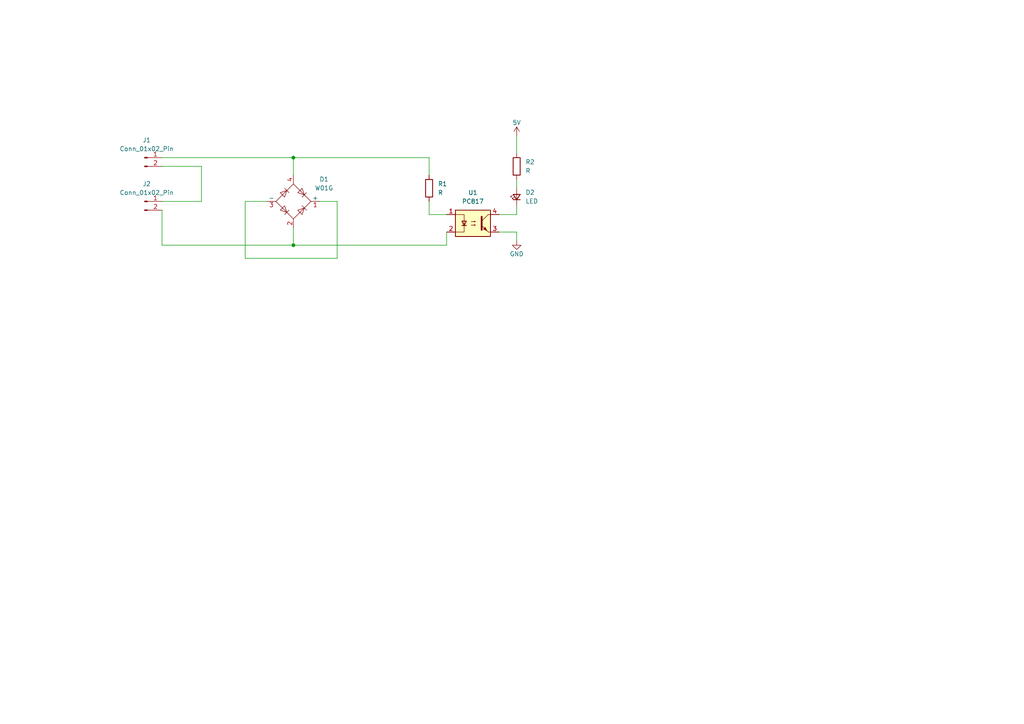
<source format=kicad_sch>
(kicad_sch
	(version 20250114)
	(generator "eeschema")
	(generator_version "9.0")
	(uuid "61ed72e9-2d78-4b50-a4b1-eb9c01465d14")
	(paper "A4")
	(lib_symbols
		(symbol "Connector:Conn_01x02_Pin"
			(pin_names
				(offset 1.016)
				(hide yes)
			)
			(exclude_from_sim no)
			(in_bom yes)
			(on_board yes)
			(property "Reference" "J"
				(at 0 2.54 0)
				(effects
					(font
						(size 1.27 1.27)
					)
				)
			)
			(property "Value" "Conn_01x02_Pin"
				(at 0 -5.08 0)
				(effects
					(font
						(size 1.27 1.27)
					)
				)
			)
			(property "Footprint" ""
				(at 0 0 0)
				(effects
					(font
						(size 1.27 1.27)
					)
					(hide yes)
				)
			)
			(property "Datasheet" "~"
				(at 0 0 0)
				(effects
					(font
						(size 1.27 1.27)
					)
					(hide yes)
				)
			)
			(property "Description" "Generic connector, single row, 01x02, script generated"
				(at 0 0 0)
				(effects
					(font
						(size 1.27 1.27)
					)
					(hide yes)
				)
			)
			(property "ki_locked" ""
				(at 0 0 0)
				(effects
					(font
						(size 1.27 1.27)
					)
				)
			)
			(property "ki_keywords" "connector"
				(at 0 0 0)
				(effects
					(font
						(size 1.27 1.27)
					)
					(hide yes)
				)
			)
			(property "ki_fp_filters" "Connector*:*_1x??_*"
				(at 0 0 0)
				(effects
					(font
						(size 1.27 1.27)
					)
					(hide yes)
				)
			)
			(symbol "Conn_01x02_Pin_1_1"
				(rectangle
					(start 0.8636 0.127)
					(end 0 -0.127)
					(stroke
						(width 0.1524)
						(type default)
					)
					(fill
						(type outline)
					)
				)
				(rectangle
					(start 0.8636 -2.413)
					(end 0 -2.667)
					(stroke
						(width 0.1524)
						(type default)
					)
					(fill
						(type outline)
					)
				)
				(polyline
					(pts
						(xy 1.27 0) (xy 0.8636 0)
					)
					(stroke
						(width 0.1524)
						(type default)
					)
					(fill
						(type none)
					)
				)
				(polyline
					(pts
						(xy 1.27 -2.54) (xy 0.8636 -2.54)
					)
					(stroke
						(width 0.1524)
						(type default)
					)
					(fill
						(type none)
					)
				)
				(pin passive line
					(at 5.08 0 180)
					(length 3.81)
					(name "Pin_1"
						(effects
							(font
								(size 1.27 1.27)
							)
						)
					)
					(number "1"
						(effects
							(font
								(size 1.27 1.27)
							)
						)
					)
				)
				(pin passive line
					(at 5.08 -2.54 180)
					(length 3.81)
					(name "Pin_2"
						(effects
							(font
								(size 1.27 1.27)
							)
						)
					)
					(number "2"
						(effects
							(font
								(size 1.27 1.27)
							)
						)
					)
				)
			)
			(embedded_fonts no)
		)
		(symbol "Device:R"
			(pin_numbers
				(hide yes)
			)
			(pin_names
				(offset 0)
			)
			(exclude_from_sim no)
			(in_bom yes)
			(on_board yes)
			(property "Reference" "R"
				(at 2.032 0 90)
				(effects
					(font
						(size 1.27 1.27)
					)
				)
			)
			(property "Value" "R"
				(at 0 0 90)
				(effects
					(font
						(size 1.27 1.27)
					)
				)
			)
			(property "Footprint" ""
				(at -1.778 0 90)
				(effects
					(font
						(size 1.27 1.27)
					)
					(hide yes)
				)
			)
			(property "Datasheet" "~"
				(at 0 0 0)
				(effects
					(font
						(size 1.27 1.27)
					)
					(hide yes)
				)
			)
			(property "Description" "Resistor"
				(at 0 0 0)
				(effects
					(font
						(size 1.27 1.27)
					)
					(hide yes)
				)
			)
			(property "ki_keywords" "R res resistor"
				(at 0 0 0)
				(effects
					(font
						(size 1.27 1.27)
					)
					(hide yes)
				)
			)
			(property "ki_fp_filters" "R_*"
				(at 0 0 0)
				(effects
					(font
						(size 1.27 1.27)
					)
					(hide yes)
				)
			)
			(symbol "R_0_1"
				(rectangle
					(start -1.016 -2.54)
					(end 1.016 2.54)
					(stroke
						(width 0.254)
						(type default)
					)
					(fill
						(type none)
					)
				)
			)
			(symbol "R_1_1"
				(pin passive line
					(at 0 3.81 270)
					(length 1.27)
					(name "~"
						(effects
							(font
								(size 1.27 1.27)
							)
						)
					)
					(number "1"
						(effects
							(font
								(size 1.27 1.27)
							)
						)
					)
				)
				(pin passive line
					(at 0 -3.81 90)
					(length 1.27)
					(name "~"
						(effects
							(font
								(size 1.27 1.27)
							)
						)
					)
					(number "2"
						(effects
							(font
								(size 1.27 1.27)
							)
						)
					)
				)
			)
			(embedded_fonts no)
		)
		(symbol "Diode_Bridge:W01G"
			(pin_names
				(offset 0)
			)
			(exclude_from_sim no)
			(in_bom yes)
			(on_board yes)
			(property "Reference" "D"
				(at 2.54 6.985 0)
				(effects
					(font
						(size 1.27 1.27)
					)
					(justify left)
				)
			)
			(property "Value" "W01G"
				(at 2.54 5.08 0)
				(effects
					(font
						(size 1.27 1.27)
					)
					(justify left)
				)
			)
			(property "Footprint" "Diode_THT:Diode_Bridge_Round_D9.8mm"
				(at 3.81 3.175 0)
				(effects
					(font
						(size 1.27 1.27)
					)
					(justify left)
					(hide yes)
				)
			)
			(property "Datasheet" "https://www.vishay.com/docs/88769/woo5g.pdf"
				(at 0 0 0)
				(effects
					(font
						(size 1.27 1.27)
					)
					(hide yes)
				)
			)
			(property "Description" "Glass Passivated Single-Phase Bridge Rectifier, 70V Vrms, 1.5A If, WOG package"
				(at 0 0 0)
				(effects
					(font
						(size 1.27 1.27)
					)
					(hide yes)
				)
			)
			(property "ki_keywords" "Bridge Rectifier acdc"
				(at 0 0 0)
				(effects
					(font
						(size 1.27 1.27)
					)
					(hide yes)
				)
			)
			(property "ki_fp_filters" "D*Bridge*Round*D9.8mm*"
				(at 0 0 0)
				(effects
					(font
						(size 1.27 1.27)
					)
					(hide yes)
				)
			)
			(symbol "W01G_0_1"
				(polyline
					(pts
						(xy -5.08 0) (xy 0 -5.08) (xy 5.08 0) (xy 0 5.08) (xy -5.08 0)
					)
					(stroke
						(width 0)
						(type default)
					)
					(fill
						(type none)
					)
				)
				(polyline
					(pts
						(xy -3.81 2.54) (xy -2.54 1.27) (xy -1.905 3.175) (xy -3.81 2.54)
					)
					(stroke
						(width 0)
						(type default)
					)
					(fill
						(type none)
					)
				)
				(polyline
					(pts
						(xy -2.54 3.81) (xy -1.27 2.54)
					)
					(stroke
						(width 0)
						(type default)
					)
					(fill
						(type none)
					)
				)
				(polyline
					(pts
						(xy -2.54 -1.27) (xy -3.81 -2.54) (xy -1.905 -3.175) (xy -2.54 -1.27)
					)
					(stroke
						(width 0)
						(type default)
					)
					(fill
						(type none)
					)
				)
				(polyline
					(pts
						(xy -1.27 -2.54) (xy -2.54 -3.81)
					)
					(stroke
						(width 0)
						(type default)
					)
					(fill
						(type none)
					)
				)
				(polyline
					(pts
						(xy 1.27 2.54) (xy 2.54 3.81) (xy 3.175 1.905) (xy 1.27 2.54)
					)
					(stroke
						(width 0)
						(type default)
					)
					(fill
						(type none)
					)
				)
				(polyline
					(pts
						(xy 2.54 1.27) (xy 3.81 2.54)
					)
					(stroke
						(width 0)
						(type default)
					)
					(fill
						(type none)
					)
				)
				(polyline
					(pts
						(xy 2.54 -1.27) (xy 3.81 -2.54)
					)
					(stroke
						(width 0)
						(type default)
					)
					(fill
						(type none)
					)
				)
				(polyline
					(pts
						(xy 3.175 -1.905) (xy 1.27 -2.54) (xy 2.54 -3.81) (xy 3.175 -1.905)
					)
					(stroke
						(width 0)
						(type default)
					)
					(fill
						(type none)
					)
				)
			)
			(symbol "W01G_1_1"
				(pin passive line
					(at -7.62 0 0)
					(length 2.54)
					(name "-"
						(effects
							(font
								(size 1.27 1.27)
							)
						)
					)
					(number "3"
						(effects
							(font
								(size 1.27 1.27)
							)
						)
					)
				)
				(pin passive line
					(at 0 7.62 270)
					(length 2.54)
					(name "~"
						(effects
							(font
								(size 1.27 1.27)
							)
						)
					)
					(number "4"
						(effects
							(font
								(size 1.27 1.27)
							)
						)
					)
				)
				(pin passive line
					(at 0 -7.62 90)
					(length 2.54)
					(name "~"
						(effects
							(font
								(size 1.27 1.27)
							)
						)
					)
					(number "2"
						(effects
							(font
								(size 1.27 1.27)
							)
						)
					)
				)
				(pin passive line
					(at 7.62 0 180)
					(length 2.54)
					(name "+"
						(effects
							(font
								(size 1.27 1.27)
							)
						)
					)
					(number "1"
						(effects
							(font
								(size 1.27 1.27)
							)
						)
					)
				)
			)
			(embedded_fonts no)
		)
		(symbol "Isolator:PC817"
			(pin_names
				(offset 1.016)
			)
			(exclude_from_sim no)
			(in_bom yes)
			(on_board yes)
			(property "Reference" "U"
				(at -5.08 5.08 0)
				(effects
					(font
						(size 1.27 1.27)
					)
					(justify left)
				)
			)
			(property "Value" "PC817"
				(at 0 5.08 0)
				(effects
					(font
						(size 1.27 1.27)
					)
					(justify left)
				)
			)
			(property "Footprint" "Package_DIP:DIP-4_W7.62mm"
				(at -5.08 -5.08 0)
				(effects
					(font
						(size 1.27 1.27)
						(italic yes)
					)
					(justify left)
					(hide yes)
				)
			)
			(property "Datasheet" "http://www.soselectronic.cz/a_info/resource/d/pc817.pdf"
				(at 0 0 0)
				(effects
					(font
						(size 1.27 1.27)
					)
					(justify left)
					(hide yes)
				)
			)
			(property "Description" "DC Optocoupler, Vce 35V, CTR 50-300%, DIP-4"
				(at 0 0 0)
				(effects
					(font
						(size 1.27 1.27)
					)
					(hide yes)
				)
			)
			(property "ki_keywords" "NPN DC Optocoupler"
				(at 0 0 0)
				(effects
					(font
						(size 1.27 1.27)
					)
					(hide yes)
				)
			)
			(property "ki_fp_filters" "DIP*W7.62mm*"
				(at 0 0 0)
				(effects
					(font
						(size 1.27 1.27)
					)
					(hide yes)
				)
			)
			(symbol "PC817_0_1"
				(rectangle
					(start -5.08 3.81)
					(end 5.08 -3.81)
					(stroke
						(width 0.254)
						(type default)
					)
					(fill
						(type background)
					)
				)
				(polyline
					(pts
						(xy -5.08 2.54) (xy -2.54 2.54) (xy -2.54 -0.635)
					)
					(stroke
						(width 0)
						(type default)
					)
					(fill
						(type none)
					)
				)
				(polyline
					(pts
						(xy -3.175 -0.635) (xy -1.905 -0.635)
					)
					(stroke
						(width 0.254)
						(type default)
					)
					(fill
						(type none)
					)
				)
				(polyline
					(pts
						(xy -2.54 -0.635) (xy -2.54 -2.54) (xy -5.08 -2.54)
					)
					(stroke
						(width 0)
						(type default)
					)
					(fill
						(type none)
					)
				)
				(polyline
					(pts
						(xy -2.54 -0.635) (xy -3.175 0.635) (xy -1.905 0.635) (xy -2.54 -0.635)
					)
					(stroke
						(width 0.254)
						(type default)
					)
					(fill
						(type none)
					)
				)
				(polyline
					(pts
						(xy -0.508 0.508) (xy 0.762 0.508) (xy 0.381 0.381) (xy 0.381 0.635) (xy 0.762 0.508)
					)
					(stroke
						(width 0)
						(type default)
					)
					(fill
						(type none)
					)
				)
				(polyline
					(pts
						(xy -0.508 -0.508) (xy 0.762 -0.508) (xy 0.381 -0.635) (xy 0.381 -0.381) (xy 0.762 -0.508)
					)
					(stroke
						(width 0)
						(type default)
					)
					(fill
						(type none)
					)
				)
				(polyline
					(pts
						(xy 2.54 1.905) (xy 2.54 -1.905)
					)
					(stroke
						(width 0.508)
						(type default)
					)
					(fill
						(type none)
					)
				)
				(polyline
					(pts
						(xy 2.54 0.635) (xy 4.445 2.54)
					)
					(stroke
						(width 0)
						(type default)
					)
					(fill
						(type none)
					)
				)
				(polyline
					(pts
						(xy 3.048 -1.651) (xy 3.556 -1.143) (xy 4.064 -2.159) (xy 3.048 -1.651)
					)
					(stroke
						(width 0)
						(type default)
					)
					(fill
						(type outline)
					)
				)
				(polyline
					(pts
						(xy 4.445 2.54) (xy 5.08 2.54)
					)
					(stroke
						(width 0)
						(type default)
					)
					(fill
						(type none)
					)
				)
				(polyline
					(pts
						(xy 4.445 -2.54) (xy 2.54 -0.635)
					)
					(stroke
						(width 0)
						(type default)
					)
					(fill
						(type outline)
					)
				)
				(polyline
					(pts
						(xy 4.445 -2.54) (xy 5.08 -2.54)
					)
					(stroke
						(width 0)
						(type default)
					)
					(fill
						(type none)
					)
				)
			)
			(symbol "PC817_1_1"
				(pin passive line
					(at -7.62 2.54 0)
					(length 2.54)
					(name "~"
						(effects
							(font
								(size 1.27 1.27)
							)
						)
					)
					(number "1"
						(effects
							(font
								(size 1.27 1.27)
							)
						)
					)
				)
				(pin passive line
					(at -7.62 -2.54 0)
					(length 2.54)
					(name "~"
						(effects
							(font
								(size 1.27 1.27)
							)
						)
					)
					(number "2"
						(effects
							(font
								(size 1.27 1.27)
							)
						)
					)
				)
				(pin passive line
					(at 7.62 2.54 180)
					(length 2.54)
					(name "~"
						(effects
							(font
								(size 1.27 1.27)
							)
						)
					)
					(number "4"
						(effects
							(font
								(size 1.27 1.27)
							)
						)
					)
				)
				(pin passive line
					(at 7.62 -2.54 180)
					(length 2.54)
					(name "~"
						(effects
							(font
								(size 1.27 1.27)
							)
						)
					)
					(number "3"
						(effects
							(font
								(size 1.27 1.27)
							)
						)
					)
				)
			)
			(embedded_fonts no)
		)
		(symbol "PCM_SparkFun-LED:LED"
			(pin_numbers
				(hide yes)
			)
			(pin_names
				(offset 1.016)
				(hide yes)
			)
			(exclude_from_sim no)
			(in_bom yes)
			(on_board yes)
			(property "Reference" "D"
				(at 0 2.54 0)
				(effects
					(font
						(size 1.27 1.27)
					)
				)
			)
			(property "Value" "LED"
				(at 0 -2.54 0)
				(effects
					(font
						(size 1.27 1.27)
					)
				)
			)
			(property "Footprint" "PCM_SparkFun-LED:LED_0603_1608Metric"
				(at 0 -5.08 0)
				(effects
					(font
						(size 1.27 1.27)
					)
					(hide yes)
				)
			)
			(property "Datasheet" "~"
				(at 0 -7.62 0)
				(effects
					(font
						(size 1.27 1.27)
					)
					(hide yes)
				)
			)
			(property "Description" "Light emitting diode"
				(at 0 -12.7 0)
				(effects
					(font
						(size 1.27 1.27)
					)
					(hide yes)
				)
			)
			(property "PROD_ID" "LED-"
				(at 0 -10.16 0)
				(effects
					(font
						(size 1.27 1.27)
					)
					(hide yes)
				)
			)
			(property "ki_keywords" "SparkFun LED diode"
				(at 0 0 0)
				(effects
					(font
						(size 1.27 1.27)
					)
					(hide yes)
				)
			)
			(property "ki_fp_filters" "LED* LED_SMD:* LED_THT:*"
				(at 0 0 0)
				(effects
					(font
						(size 1.27 1.27)
					)
					(hide yes)
				)
			)
			(symbol "LED_0_1"
				(polyline
					(pts
						(xy -0.762 -1.016) (xy -0.762 1.016)
					)
					(stroke
						(width 0.254)
						(type default)
					)
					(fill
						(type none)
					)
				)
				(polyline
					(pts
						(xy 0 0.762) (xy -0.508 1.27) (xy -0.254 1.27) (xy -0.508 1.27) (xy -0.508 1.016)
					)
					(stroke
						(width 0)
						(type default)
					)
					(fill
						(type none)
					)
				)
				(polyline
					(pts
						(xy 0.508 1.27) (xy 0 1.778) (xy 0.254 1.778) (xy 0 1.778) (xy 0 1.524)
					)
					(stroke
						(width 0)
						(type default)
					)
					(fill
						(type none)
					)
				)
				(polyline
					(pts
						(xy 0.762 -1.016) (xy -0.762 0) (xy 0.762 1.016) (xy 0.762 -1.016)
					)
					(stroke
						(width 0.254)
						(type default)
					)
					(fill
						(type none)
					)
				)
				(polyline
					(pts
						(xy 1.016 0) (xy -0.762 0)
					)
					(stroke
						(width 0)
						(type default)
					)
					(fill
						(type none)
					)
				)
			)
			(symbol "LED_1_1"
				(pin passive line
					(at -2.54 0 0)
					(length 1.778)
					(name "K"
						(effects
							(font
								(size 1.27 1.27)
							)
						)
					)
					(number "1"
						(effects
							(font
								(size 1.27 1.27)
							)
						)
					)
				)
				(pin passive line
					(at 2.54 0 180)
					(length 1.778)
					(name "A"
						(effects
							(font
								(size 1.27 1.27)
							)
						)
					)
					(number "2"
						(effects
							(font
								(size 1.27 1.27)
							)
						)
					)
				)
			)
			(embedded_fonts no)
		)
		(symbol "PCM_SparkFun-PowerSymbol:5V"
			(power)
			(pin_names
				(offset 0)
			)
			(exclude_from_sim no)
			(in_bom yes)
			(on_board yes)
			(property "Reference" "#PWR"
				(at 0 -3.81 0)
				(effects
					(font
						(size 1.27 1.27)
					)
					(hide yes)
				)
			)
			(property "Value" "5V"
				(at 0 3.81 0)
				(do_not_autoplace)
				(effects
					(font
						(size 1.27 1.27)
					)
				)
			)
			(property "Footprint" ""
				(at 0 0 0)
				(effects
					(font
						(size 1.27 1.27)
					)
					(hide yes)
				)
			)
			(property "Datasheet" ""
				(at 0 0 0)
				(effects
					(font
						(size 1.27 1.27)
					)
					(hide yes)
				)
			)
			(property "Description" "Power symbol creates a global label with name \"5V\""
				(at 0 -6.35 0)
				(effects
					(font
						(size 1.27 1.27)
					)
					(hide yes)
				)
			)
			(property "ki_keywords" "SparkFun global power"
				(at 0 0 0)
				(effects
					(font
						(size 1.27 1.27)
					)
					(hide yes)
				)
			)
			(symbol "5V_0_1"
				(polyline
					(pts
						(xy -0.762 1.27) (xy 0 2.54)
					)
					(stroke
						(width 0)
						(type default)
					)
					(fill
						(type none)
					)
				)
				(polyline
					(pts
						(xy 0 2.54) (xy 0.762 1.27)
					)
					(stroke
						(width 0)
						(type default)
					)
					(fill
						(type none)
					)
				)
				(polyline
					(pts
						(xy 0 0) (xy 0 2.54)
					)
					(stroke
						(width 0)
						(type default)
					)
					(fill
						(type none)
					)
				)
			)
			(symbol "5V_1_1"
				(pin power_in line
					(at 0 0 90)
					(length 0)
					(hide yes)
					(name "5V"
						(effects
							(font
								(size 1.27 1.27)
							)
						)
					)
					(number "1"
						(effects
							(font
								(size 1.27 1.27)
							)
						)
					)
				)
			)
			(embedded_fonts no)
		)
		(symbol "PCM_SparkFun-PowerSymbol:GND"
			(power)
			(pin_names
				(offset 0)
			)
			(exclude_from_sim no)
			(in_bom yes)
			(on_board yes)
			(property "Reference" "#PWR"
				(at 0 -6.35 0)
				(effects
					(font
						(size 1.27 1.27)
					)
					(hide yes)
				)
			)
			(property "Value" "GND"
				(at 0 -3.81 0)
				(do_not_autoplace)
				(effects
					(font
						(size 1.27 1.27)
					)
				)
			)
			(property "Footprint" ""
				(at 0 0 0)
				(effects
					(font
						(size 1.27 1.27)
					)
					(hide yes)
				)
			)
			(property "Datasheet" ""
				(at 0 0 0)
				(effects
					(font
						(size 1.27 1.27)
					)
					(hide yes)
				)
			)
			(property "Description" "Power symbol creates a global label with name \"GND\" , ground"
				(at 0 -8.89 0)
				(effects
					(font
						(size 1.27 1.27)
					)
					(hide yes)
				)
			)
			(property "ki_keywords" "SparkFun global power"
				(at 0 0 0)
				(effects
					(font
						(size 1.27 1.27)
					)
					(hide yes)
				)
			)
			(symbol "GND_0_1"
				(polyline
					(pts
						(xy 0 0) (xy 0 -1.27) (xy 1.27 -1.27) (xy 0 -2.54) (xy -1.27 -1.27) (xy 0 -1.27)
					)
					(stroke
						(width 0)
						(type default)
					)
					(fill
						(type none)
					)
				)
			)
			(symbol "GND_1_1"
				(pin power_in line
					(at 0 0 270)
					(length 0)
					(hide yes)
					(name "GND"
						(effects
							(font
								(size 1.27 1.27)
							)
						)
					)
					(number "1"
						(effects
							(font
								(size 1.27 1.27)
							)
						)
					)
				)
			)
			(embedded_fonts no)
		)
	)
	(junction
		(at 85.09 71.12)
		(diameter 0)
		(color 0 0 0 0)
		(uuid "4cc70833-70f1-4fdc-b537-7ccd70e5231f")
	)
	(junction
		(at 85.09 45.72)
		(diameter 0)
		(color 0 0 0 0)
		(uuid "a1539c29-d513-426d-bedb-7bad0c872efa")
	)
	(wire
		(pts
			(xy 124.46 58.42) (xy 124.46 62.23)
		)
		(stroke
			(width 0)
			(type default)
		)
		(uuid "01bf3781-64a1-482a-a470-f22b64cd06cd")
	)
	(wire
		(pts
			(xy 71.12 74.93) (xy 97.79 74.93)
		)
		(stroke
			(width 0)
			(type default)
		)
		(uuid "077ee8dd-39d6-47b1-8090-4ede864d1960")
	)
	(wire
		(pts
			(xy 149.86 39.37) (xy 149.86 44.45)
		)
		(stroke
			(width 0)
			(type default)
		)
		(uuid "0f7a50c7-ca3c-4768-944d-736ebce78936")
	)
	(wire
		(pts
			(xy 97.79 74.93) (xy 97.79 58.42)
		)
		(stroke
			(width 0)
			(type default)
		)
		(uuid "183fd8f1-249b-40f3-8c8e-b46ed89e22e2")
	)
	(wire
		(pts
			(xy 124.46 62.23) (xy 129.54 62.23)
		)
		(stroke
			(width 0)
			(type default)
		)
		(uuid "1ad1609c-e5b0-4959-a529-87fb82980af2")
	)
	(wire
		(pts
			(xy 149.86 52.07) (xy 149.86 54.61)
		)
		(stroke
			(width 0)
			(type default)
		)
		(uuid "32afaecd-6b0a-420c-94b7-6993f8ac6c95")
	)
	(wire
		(pts
			(xy 46.99 71.12) (xy 85.09 71.12)
		)
		(stroke
			(width 0)
			(type default)
		)
		(uuid "344687aa-6898-40c7-96db-53d11c889840")
	)
	(wire
		(pts
			(xy 129.54 71.12) (xy 85.09 71.12)
		)
		(stroke
			(width 0)
			(type default)
		)
		(uuid "376c5f2f-71ab-48e5-8a07-2a712a7eaffd")
	)
	(wire
		(pts
			(xy 85.09 71.12) (xy 85.09 66.04)
		)
		(stroke
			(width 0)
			(type default)
		)
		(uuid "3f18835c-601e-4f9d-9e89-899623e1e174")
	)
	(wire
		(pts
			(xy 149.86 67.31) (xy 149.86 69.85)
		)
		(stroke
			(width 0)
			(type default)
		)
		(uuid "66147c4b-3648-4cb9-b474-bcb2e2005cd0")
	)
	(wire
		(pts
			(xy 46.99 58.42) (xy 58.42 58.42)
		)
		(stroke
			(width 0)
			(type default)
		)
		(uuid "6617a499-0ada-418c-9d7a-83469b365300")
	)
	(wire
		(pts
			(xy 144.78 67.31) (xy 149.86 67.31)
		)
		(stroke
			(width 0)
			(type default)
		)
		(uuid "661cb98b-dfd6-4639-9c7e-a8683e4c05e4")
	)
	(wire
		(pts
			(xy 77.47 58.42) (xy 71.12 58.42)
		)
		(stroke
			(width 0)
			(type default)
		)
		(uuid "67dd9fbd-19ce-40b6-8cd2-961e3bf71a7b")
	)
	(wire
		(pts
			(xy 71.12 58.42) (xy 71.12 74.93)
		)
		(stroke
			(width 0)
			(type default)
		)
		(uuid "6aca0b71-3a7f-4220-ab36-ed435ed96c8f")
	)
	(wire
		(pts
			(xy 97.79 58.42) (xy 92.71 58.42)
		)
		(stroke
			(width 0)
			(type default)
		)
		(uuid "701ba392-07f7-4d77-8736-a52d0134f15a")
	)
	(wire
		(pts
			(xy 124.46 45.72) (xy 124.46 50.8)
		)
		(stroke
			(width 0)
			(type default)
		)
		(uuid "ba07fdb2-b2c2-4ef7-a610-ef2890826efa")
	)
	(wire
		(pts
			(xy 149.86 59.69) (xy 149.86 62.23)
		)
		(stroke
			(width 0)
			(type default)
		)
		(uuid "bc8af6ba-b6c9-4cd8-a9f8-e2623b952d1d")
	)
	(wire
		(pts
			(xy 46.99 45.72) (xy 85.09 45.72)
		)
		(stroke
			(width 0)
			(type default)
		)
		(uuid "cdf6ff3a-5987-4625-9d36-b0b2788748c8")
	)
	(wire
		(pts
			(xy 149.86 62.23) (xy 144.78 62.23)
		)
		(stroke
			(width 0)
			(type default)
		)
		(uuid "d143cdf3-1891-4a8c-bcd9-d378c6386694")
	)
	(wire
		(pts
			(xy 58.42 58.42) (xy 58.42 48.26)
		)
		(stroke
			(width 0)
			(type default)
		)
		(uuid "d463e8f2-0e5a-445e-9e1b-61868d185190")
	)
	(wire
		(pts
			(xy 129.54 67.31) (xy 129.54 71.12)
		)
		(stroke
			(width 0)
			(type default)
		)
		(uuid "de061cdc-3c23-45e6-bd44-90063dcf5aef")
	)
	(wire
		(pts
			(xy 58.42 48.26) (xy 46.99 48.26)
		)
		(stroke
			(width 0)
			(type default)
		)
		(uuid "dfed996c-a06b-4ea3-b693-95c12aeb1a64")
	)
	(wire
		(pts
			(xy 85.09 45.72) (xy 124.46 45.72)
		)
		(stroke
			(width 0)
			(type default)
		)
		(uuid "ece53ca7-6492-4313-bc80-143f9510b1f5")
	)
	(wire
		(pts
			(xy 85.09 45.72) (xy 85.09 50.8)
		)
		(stroke
			(width 0)
			(type default)
		)
		(uuid "fc71d0a9-970c-4fa8-a424-14985894e829")
	)
	(wire
		(pts
			(xy 46.99 60.96) (xy 46.99 71.12)
		)
		(stroke
			(width 0)
			(type default)
		)
		(uuid "ffcceea5-9fdc-4ad1-84da-8d7f463e9039")
	)
	(symbol
		(lib_id "Device:R")
		(at 124.46 54.61 0)
		(unit 1)
		(exclude_from_sim no)
		(in_bom yes)
		(on_board yes)
		(dnp no)
		(fields_autoplaced yes)
		(uuid "278df04a-5ffd-4ead-8efa-4d3f2570fa14")
		(property "Reference" "R1"
			(at 127 53.3399 0)
			(effects
				(font
					(size 1.27 1.27)
				)
				(justify left)
			)
		)
		(property "Value" "R"
			(at 127 55.8799 0)
			(effects
				(font
					(size 1.27 1.27)
				)
				(justify left)
			)
		)
		(property "Footprint" ""
			(at 122.682 54.61 90)
			(effects
				(font
					(size 1.27 1.27)
				)
				(hide yes)
			)
		)
		(property "Datasheet" "~"
			(at 124.46 54.61 0)
			(effects
				(font
					(size 1.27 1.27)
				)
				(hide yes)
			)
		)
		(property "Description" "Resistor"
			(at 124.46 54.61 0)
			(effects
				(font
					(size 1.27 1.27)
				)
				(hide yes)
			)
		)
		(pin "2"
			(uuid "219e2d9f-b414-40e7-b5e9-20eeafa4c19a")
		)
		(pin "1"
			(uuid "a43f46ab-0154-48ab-95cb-fa9c7bf0f08a")
		)
		(instances
			(project ""
				(path "/61ed72e9-2d78-4b50-a4b1-eb9c01465d14"
					(reference "R1")
					(unit 1)
				)
			)
		)
	)
	(symbol
		(lib_id "Device:R")
		(at 149.86 48.26 0)
		(unit 1)
		(exclude_from_sim no)
		(in_bom yes)
		(on_board yes)
		(dnp no)
		(fields_autoplaced yes)
		(uuid "28ce0d1a-5184-44f5-bd30-0f5206949857")
		(property "Reference" "R2"
			(at 152.4 46.9899 0)
			(effects
				(font
					(size 1.27 1.27)
				)
				(justify left)
			)
		)
		(property "Value" "R"
			(at 152.4 49.5299 0)
			(effects
				(font
					(size 1.27 1.27)
				)
				(justify left)
			)
		)
		(property "Footprint" ""
			(at 148.082 48.26 90)
			(effects
				(font
					(size 1.27 1.27)
				)
				(hide yes)
			)
		)
		(property "Datasheet" "~"
			(at 149.86 48.26 0)
			(effects
				(font
					(size 1.27 1.27)
				)
				(hide yes)
			)
		)
		(property "Description" "Resistor"
			(at 149.86 48.26 0)
			(effects
				(font
					(size 1.27 1.27)
				)
				(hide yes)
			)
		)
		(pin "2"
			(uuid "2fd99a39-44e9-4ba5-af36-26eaaa058aba")
		)
		(pin "1"
			(uuid "eef8152d-d5f2-4015-aa7c-97589cb70f83")
		)
		(instances
			(project ""
				(path "/61ed72e9-2d78-4b50-a4b1-eb9c01465d14"
					(reference "R2")
					(unit 1)
				)
			)
		)
	)
	(symbol
		(lib_id "PCM_SparkFun-LED:LED")
		(at 149.86 57.15 90)
		(unit 1)
		(exclude_from_sim no)
		(in_bom yes)
		(on_board yes)
		(dnp no)
		(fields_autoplaced yes)
		(uuid "32fe59e2-51b2-496a-97b6-709086598092")
		(property "Reference" "D2"
			(at 152.4 55.8164 90)
			(effects
				(font
					(size 1.27 1.27)
				)
				(justify right)
			)
		)
		(property "Value" "LED"
			(at 152.4 58.3564 90)
			(effects
				(font
					(size 1.27 1.27)
				)
				(justify right)
			)
		)
		(property "Footprint" "PCM_SparkFun-LED:LED_0603_1608Metric"
			(at 154.94 57.15 0)
			(effects
				(font
					(size 1.27 1.27)
				)
				(hide yes)
			)
		)
		(property "Datasheet" "~"
			(at 157.48 57.15 0)
			(effects
				(font
					(size 1.27 1.27)
				)
				(hide yes)
			)
		)
		(property "Description" "Light emitting diode"
			(at 162.56 57.15 0)
			(effects
				(font
					(size 1.27 1.27)
				)
				(hide yes)
			)
		)
		(property "PROD_ID" "LED-"
			(at 160.02 57.15 0)
			(effects
				(font
					(size 1.27 1.27)
				)
				(hide yes)
			)
		)
		(pin "1"
			(uuid "a6b8eef7-2515-4da7-9a7a-b724ee1aef54")
		)
		(pin "2"
			(uuid "2c8796ea-34d0-493e-a890-b119509fe6ec")
		)
		(instances
			(project ""
				(path "/61ed72e9-2d78-4b50-a4b1-eb9c01465d14"
					(reference "D2")
					(unit 1)
				)
			)
		)
	)
	(symbol
		(lib_id "Connector:Conn_01x02_Pin")
		(at 41.91 58.42 0)
		(unit 1)
		(exclude_from_sim no)
		(in_bom yes)
		(on_board yes)
		(dnp no)
		(fields_autoplaced yes)
		(uuid "6da9287b-2cfe-4883-85c4-3fb4142798a0")
		(property "Reference" "J2"
			(at 42.545 53.34 0)
			(effects
				(font
					(size 1.27 1.27)
				)
			)
		)
		(property "Value" "Conn_01x02_Pin"
			(at 42.545 55.88 0)
			(effects
				(font
					(size 1.27 1.27)
				)
			)
		)
		(property "Footprint" "Connector:JWT_A3963_1x02_P3.96mm_Vertical"
			(at 41.91 58.42 0)
			(effects
				(font
					(size 1.27 1.27)
				)
				(hide yes)
			)
		)
		(property "Datasheet" "~"
			(at 41.91 58.42 0)
			(effects
				(font
					(size 1.27 1.27)
				)
				(hide yes)
			)
		)
		(property "Description" "Generic connector, single row, 01x02, script generated"
			(at 41.91 58.42 0)
			(effects
				(font
					(size 1.27 1.27)
				)
				(hide yes)
			)
		)
		(pin "2"
			(uuid "ed921fe7-49f7-4692-9307-5e7e4979527d")
		)
		(pin "1"
			(uuid "a38ef1c6-4d31-4767-a152-b7283302a4ed")
		)
		(instances
			(project ""
				(path "/61ed72e9-2d78-4b50-a4b1-eb9c01465d14"
					(reference "J2")
					(unit 1)
				)
			)
		)
	)
	(symbol
		(lib_id "Isolator:PC817")
		(at 137.16 64.77 0)
		(unit 1)
		(exclude_from_sim no)
		(in_bom yes)
		(on_board yes)
		(dnp no)
		(fields_autoplaced yes)
		(uuid "7ca71890-970e-478a-a3b3-4ab924cabff8")
		(property "Reference" "U1"
			(at 137.16 55.88 0)
			(effects
				(font
					(size 1.27 1.27)
				)
			)
		)
		(property "Value" "PC817"
			(at 137.16 58.42 0)
			(effects
				(font
					(size 1.27 1.27)
				)
			)
		)
		(property "Footprint" "Package_DIP:DIP-4_W7.62mm"
			(at 132.08 69.85 0)
			(effects
				(font
					(size 1.27 1.27)
					(italic yes)
				)
				(justify left)
				(hide yes)
			)
		)
		(property "Datasheet" "http://www.soselectronic.cz/a_info/resource/d/pc817.pdf"
			(at 137.16 64.77 0)
			(effects
				(font
					(size 1.27 1.27)
				)
				(justify left)
				(hide yes)
			)
		)
		(property "Description" "DC Optocoupler, Vce 35V, CTR 50-300%, DIP-4"
			(at 137.16 64.77 0)
			(effects
				(font
					(size 1.27 1.27)
				)
				(hide yes)
			)
		)
		(pin "3"
			(uuid "a87f3da4-43e2-42bc-9d16-8c47ef22c9a4")
		)
		(pin "2"
			(uuid "a9a5da83-6890-4dea-adfc-f28ed7ea5158")
		)
		(pin "4"
			(uuid "3100c838-cbfb-4394-a525-defc6e9f3994")
		)
		(pin "1"
			(uuid "ee36bea7-a7fa-4114-89fb-c6a968e88fe9")
		)
		(instances
			(project ""
				(path "/61ed72e9-2d78-4b50-a4b1-eb9c01465d14"
					(reference "U1")
					(unit 1)
				)
			)
		)
	)
	(symbol
		(lib_id "PCM_SparkFun-PowerSymbol:GND")
		(at 149.86 69.85 0)
		(unit 1)
		(exclude_from_sim no)
		(in_bom yes)
		(on_board yes)
		(dnp no)
		(fields_autoplaced yes)
		(uuid "89671c6e-e94d-491b-9c10-a01c6ca9a9c3")
		(property "Reference" "#PWR01"
			(at 149.86 76.2 0)
			(effects
				(font
					(size 1.27 1.27)
				)
				(hide yes)
			)
		)
		(property "Value" "GND"
			(at 149.86 73.66 0)
			(do_not_autoplace yes)
			(effects
				(font
					(size 1.27 1.27)
				)
			)
		)
		(property "Footprint" ""
			(at 149.86 69.85 0)
			(effects
				(font
					(size 1.27 1.27)
				)
				(hide yes)
			)
		)
		(property "Datasheet" ""
			(at 149.86 69.85 0)
			(effects
				(font
					(size 1.27 1.27)
				)
				(hide yes)
			)
		)
		(property "Description" "Power symbol creates a global label with name \"GND\" , ground"
			(at 149.86 78.74 0)
			(effects
				(font
					(size 1.27 1.27)
				)
				(hide yes)
			)
		)
		(pin "1"
			(uuid "220a38c5-40ea-487d-8209-e9568e224147")
		)
		(instances
			(project ""
				(path "/61ed72e9-2d78-4b50-a4b1-eb9c01465d14"
					(reference "#PWR01")
					(unit 1)
				)
			)
		)
	)
	(symbol
		(lib_id "Connector:Conn_01x02_Pin")
		(at 41.91 45.72 0)
		(unit 1)
		(exclude_from_sim no)
		(in_bom yes)
		(on_board yes)
		(dnp no)
		(fields_autoplaced yes)
		(uuid "aae6f43e-0f21-4fd3-b85a-df52598245b0")
		(property "Reference" "J1"
			(at 42.545 40.64 0)
			(effects
				(font
					(size 1.27 1.27)
				)
			)
		)
		(property "Value" "Conn_01x02_Pin"
			(at 42.545 43.18 0)
			(effects
				(font
					(size 1.27 1.27)
				)
			)
		)
		(property "Footprint" "Connector:JWT_A3963_1x02_P3.96mm_Vertical"
			(at 41.91 45.72 0)
			(effects
				(font
					(size 1.27 1.27)
				)
				(hide yes)
			)
		)
		(property "Datasheet" "~"
			(at 41.91 45.72 0)
			(effects
				(font
					(size 1.27 1.27)
				)
				(hide yes)
			)
		)
		(property "Description" "Generic connector, single row, 01x02, script generated"
			(at 41.91 45.72 0)
			(effects
				(font
					(size 1.27 1.27)
				)
				(hide yes)
			)
		)
		(pin "2"
			(uuid "aee5cdba-3cc4-4687-8e7e-0d403f65ba76")
		)
		(pin "1"
			(uuid "5ded464e-ed61-40d8-a6c7-37168b95cdde")
		)
		(instances
			(project ""
				(path "/61ed72e9-2d78-4b50-a4b1-eb9c01465d14"
					(reference "J1")
					(unit 1)
				)
			)
		)
	)
	(symbol
		(lib_id "Diode_Bridge:W01G")
		(at 85.09 58.42 0)
		(unit 1)
		(exclude_from_sim no)
		(in_bom yes)
		(on_board yes)
		(dnp no)
		(fields_autoplaced yes)
		(uuid "b60ef11a-7234-41d0-b28f-cc14c8155703")
		(property "Reference" "D1"
			(at 93.98 51.9998 0)
			(effects
				(font
					(size 1.27 1.27)
				)
			)
		)
		(property "Value" "W01G"
			(at 93.98 54.5398 0)
			(effects
				(font
					(size 1.27 1.27)
				)
			)
		)
		(property "Footprint" "Diode_THT:Diode_Bridge_Round_D9.8mm"
			(at 88.9 55.245 0)
			(effects
				(font
					(size 1.27 1.27)
				)
				(justify left)
				(hide yes)
			)
		)
		(property "Datasheet" "https://www.vishay.com/docs/88769/woo5g.pdf"
			(at 85.09 58.42 0)
			(effects
				(font
					(size 1.27 1.27)
				)
				(hide yes)
			)
		)
		(property "Description" "Glass Passivated Single-Phase Bridge Rectifier, 70V Vrms, 1.5A If, WOG package"
			(at 85.09 58.42 0)
			(effects
				(font
					(size 1.27 1.27)
				)
				(hide yes)
			)
		)
		(pin "3"
			(uuid "4a489985-baf2-4481-a947-1b40d27ed0ef")
		)
		(pin "4"
			(uuid "75cbb3cc-0b0c-45cd-acbf-781be681f33d")
		)
		(pin "2"
			(uuid "2d49802b-d889-45d1-9ddd-cc3012c361dc")
		)
		(pin "1"
			(uuid "48ef6d84-87f1-46da-a2fa-753e85c3108e")
		)
		(instances
			(project ""
				(path "/61ed72e9-2d78-4b50-a4b1-eb9c01465d14"
					(reference "D1")
					(unit 1)
				)
			)
		)
	)
	(symbol
		(lib_id "PCM_SparkFun-PowerSymbol:5V")
		(at 149.86 39.37 0)
		(unit 1)
		(exclude_from_sim no)
		(in_bom yes)
		(on_board yes)
		(dnp no)
		(fields_autoplaced yes)
		(uuid "d3ab3139-8b96-4e4d-b1a7-2bda33cc9b94")
		(property "Reference" "#PWR02"
			(at 149.86 43.18 0)
			(effects
				(font
					(size 1.27 1.27)
				)
				(hide yes)
			)
		)
		(property "Value" "5V"
			(at 149.86 35.56 0)
			(do_not_autoplace yes)
			(effects
				(font
					(size 1.27 1.27)
				)
			)
		)
		(property "Footprint" ""
			(at 149.86 39.37 0)
			(effects
				(font
					(size 1.27 1.27)
				)
				(hide yes)
			)
		)
		(property "Datasheet" ""
			(at 149.86 39.37 0)
			(effects
				(font
					(size 1.27 1.27)
				)
				(hide yes)
			)
		)
		(property "Description" "Power symbol creates a global label with name \"5V\""
			(at 149.86 45.72 0)
			(effects
				(font
					(size 1.27 1.27)
				)
				(hide yes)
			)
		)
		(pin "1"
			(uuid "130804f0-378c-4427-bab7-b2af13beca9f")
		)
		(instances
			(project ""
				(path "/61ed72e9-2d78-4b50-a4b1-eb9c01465d14"
					(reference "#PWR02")
					(unit 1)
				)
			)
		)
	)
	(sheet_instances
		(path "/"
			(page "1")
		)
	)
	(embedded_fonts no)
)

</source>
